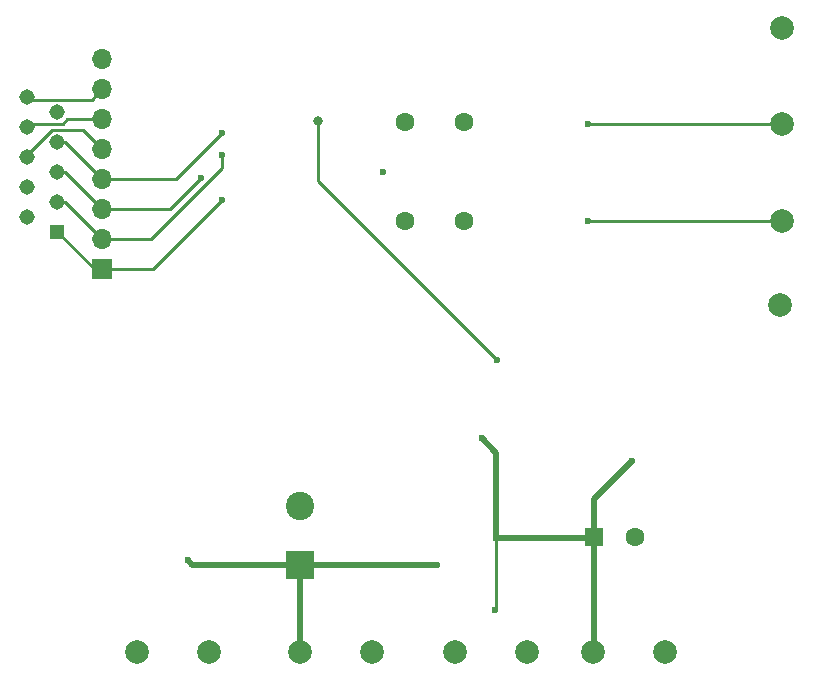
<source format=gbr>
G04 #@! TF.GenerationSoftware,KiCad,Pcbnew,(5.1.9-0-10_14)*
G04 #@! TF.CreationDate,2021-03-23T09:48:54+01:00*
G04 #@! TF.ProjectId,dac-cs4344,6461632d-6373-4343-9334-342e6b696361,rev?*
G04 #@! TF.SameCoordinates,Original*
G04 #@! TF.FileFunction,Copper,L2,Bot*
G04 #@! TF.FilePolarity,Positive*
%FSLAX46Y46*%
G04 Gerber Fmt 4.6, Leading zero omitted, Abs format (unit mm)*
G04 Created by KiCad (PCBNEW (5.1.9-0-10_14)) date 2021-03-23 09:48:54*
%MOMM*%
%LPD*%
G01*
G04 APERTURE LIST*
G04 #@! TA.AperFunction,ComponentPad*
%ADD10R,1.308000X1.308000*%
G04 #@! TD*
G04 #@! TA.AperFunction,ComponentPad*
%ADD11C,1.308000*%
G04 #@! TD*
G04 #@! TA.AperFunction,ComponentPad*
%ADD12O,1.700000X1.700000*%
G04 #@! TD*
G04 #@! TA.AperFunction,ComponentPad*
%ADD13R,1.700000X1.700000*%
G04 #@! TD*
G04 #@! TA.AperFunction,ComponentPad*
%ADD14C,2.000000*%
G04 #@! TD*
G04 #@! TA.AperFunction,ComponentPad*
%ADD15C,1.600000*%
G04 #@! TD*
G04 #@! TA.AperFunction,ComponentPad*
%ADD16R,1.600000X1.600000*%
G04 #@! TD*
G04 #@! TA.AperFunction,ComponentPad*
%ADD17C,2.400000*%
G04 #@! TD*
G04 #@! TA.AperFunction,ComponentPad*
%ADD18R,2.400000X2.400000*%
G04 #@! TD*
G04 #@! TA.AperFunction,ViaPad*
%ADD19C,0.600000*%
G04 #@! TD*
G04 #@! TA.AperFunction,ViaPad*
%ADD20C,0.800000*%
G04 #@! TD*
G04 #@! TA.AperFunction,Conductor*
%ADD21C,0.250000*%
G04 #@! TD*
G04 #@! TA.AperFunction,Conductor*
%ADD22C,0.500000*%
G04 #@! TD*
G04 APERTURE END LIST*
D10*
X115294000Y-86490000D03*
D11*
X112754000Y-85220000D03*
X115294000Y-83950000D03*
X112754000Y-82680000D03*
X115294000Y-81410000D03*
X112754000Y-80140000D03*
X115294000Y-78870000D03*
X112754000Y-77600000D03*
X115294000Y-76330000D03*
X112754000Y-75060000D03*
D12*
X119126000Y-71882000D03*
X119126000Y-74422000D03*
X119126000Y-76962000D03*
X119126000Y-79502000D03*
X119126000Y-82042000D03*
X119126000Y-84582000D03*
X119126000Y-87122000D03*
D13*
X119126000Y-89662000D03*
D14*
X176657000Y-77343000D03*
X176530000Y-92710000D03*
X176657000Y-85598000D03*
D15*
X144780000Y-77216000D03*
X149780000Y-77216000D03*
X144780000Y-85598000D03*
X149780000Y-85598000D03*
D14*
X176657000Y-69215000D03*
X141986000Y-122047000D03*
X135890000Y-122047000D03*
D15*
X164211000Y-112331500D03*
D16*
X160711000Y-112331500D03*
D14*
X122047000Y-122047000D03*
X128143000Y-122047000D03*
X155067000Y-122047000D03*
X160655000Y-122047000D03*
X166751000Y-122047000D03*
X148971000Y-122047000D03*
D17*
X135890000Y-109681000D03*
D18*
X135890000Y-114681000D03*
D19*
X142875000Y-81407000D03*
D20*
X137414000Y-77089000D03*
D19*
X152579000Y-97357000D03*
X147447000Y-114681000D03*
X126365000Y-114300000D03*
X152477500Y-112381000D03*
X151257000Y-103949500D03*
X163957000Y-105854500D03*
X152400000Y-118491000D03*
X160274000Y-85598000D03*
X160274000Y-77343000D03*
X129286000Y-78105000D03*
X127508000Y-81915000D03*
X129286000Y-80010000D03*
X129286000Y-83820000D03*
D21*
X137414000Y-82192000D02*
X137414000Y-77089000D01*
X152579000Y-97357000D02*
X137414000Y-82192000D01*
D22*
X126746000Y-114681000D02*
X126365000Y-114300000D01*
X135890000Y-114681000D02*
X126746000Y-114681000D01*
X135890000Y-122047000D02*
X135890000Y-114681000D01*
X135890000Y-114681000D02*
X147447000Y-114681000D01*
X160661500Y-112381000D02*
X160711000Y-112331500D01*
X152477500Y-112381000D02*
X160661500Y-112381000D01*
X152477500Y-105170000D02*
X151257000Y-103949500D01*
X152477500Y-112381000D02*
X152477500Y-105170000D01*
X160711000Y-109100500D02*
X163957000Y-105854500D01*
X160711000Y-112331500D02*
X160711000Y-109100500D01*
X160711000Y-121991000D02*
X160655000Y-122047000D01*
X160711000Y-112331500D02*
X160711000Y-121991000D01*
D21*
X152477500Y-118413500D02*
X152400000Y-118491000D01*
X152477500Y-112381000D02*
X152477500Y-118413500D01*
X176657000Y-85598000D02*
X160274000Y-85598000D01*
X176657000Y-77343000D02*
X160274000Y-77343000D01*
X112965999Y-75271999D02*
X112754000Y-75060000D01*
X118276001Y-75271999D02*
X112965999Y-75271999D01*
X119126000Y-74422000D02*
X118276001Y-75271999D01*
X113044999Y-77309001D02*
X112754000Y-77600000D01*
X115763921Y-77309001D02*
X113044999Y-77309001D01*
X116110922Y-76962000D02*
X115763921Y-77309001D01*
X119126000Y-76962000D02*
X116110922Y-76962000D01*
X112754000Y-79961078D02*
X112754000Y-80140000D01*
X114824079Y-77890999D02*
X112754000Y-79961078D01*
X117514999Y-77890999D02*
X114824079Y-77890999D01*
X119126000Y-79502000D02*
X117514999Y-77890999D01*
X115954000Y-78870000D02*
X115294000Y-78870000D01*
X119126000Y-82042000D02*
X115954000Y-78870000D01*
X125349000Y-82042000D02*
X129286000Y-78105000D01*
X119126000Y-82042000D02*
X125349000Y-82042000D01*
X115954000Y-81410000D02*
X115294000Y-81410000D01*
X119126000Y-84582000D02*
X115954000Y-81410000D01*
X124841000Y-84582000D02*
X127508000Y-81915000D01*
X119126000Y-84582000D02*
X124841000Y-84582000D01*
X115954000Y-83950000D02*
X115294000Y-83950000D01*
X119126000Y-87122000D02*
X115954000Y-83950000D01*
X123226002Y-87122000D02*
X119126000Y-87122000D01*
X129286000Y-81062002D02*
X123226002Y-87122000D01*
X129286000Y-80010000D02*
X129286000Y-81062002D01*
X118466000Y-89662000D02*
X115294000Y-86490000D01*
X119126000Y-89662000D02*
X118466000Y-89662000D01*
X123444000Y-89662000D02*
X129286000Y-83820000D01*
X119126000Y-89662000D02*
X123444000Y-89662000D01*
M02*

</source>
